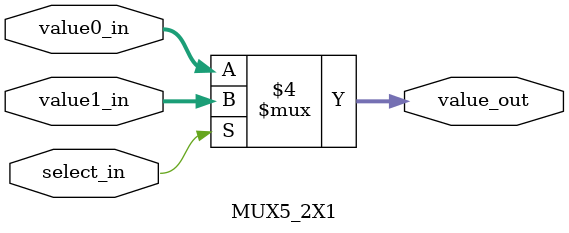
<source format=v>
module MUX5_2X1
  (
   value_out,
   value0_in, 
   value1_in, 
   select_in
   );
   
   parameter MUX_delay = 4;  

   output [4:0] value_out;					
   reg [4:0] 	value_out;
   
   input [4:0]  value0_in, value1_in;
   input 	select_in;	
      
   always@*
     begin
	#MUX_delay;
	
	if (~select_in)
	  value_out = value0_in;
	else
	  value_out = value1_in;
     end

endmodule // MUX5_2X1

</source>
